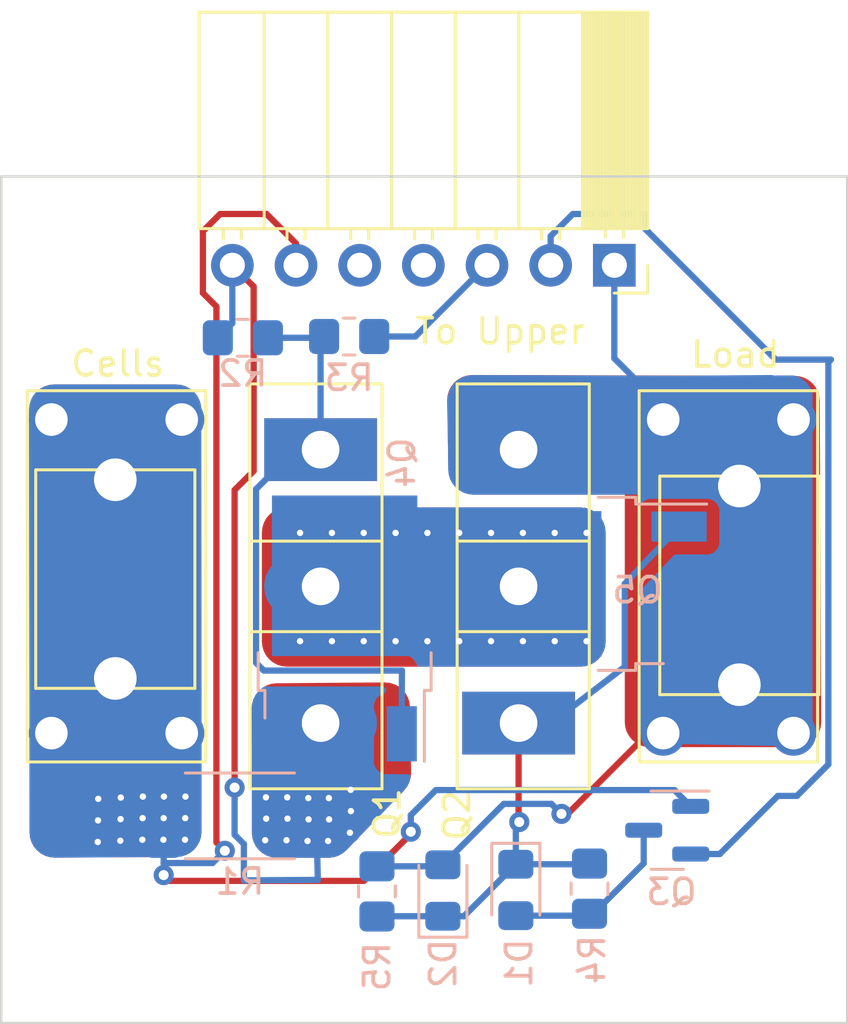
<source format=kicad_pcb>
(kicad_pcb (version 20211014) (generator pcbnew)
  (layers (0 "F.Cu" signal) (31 "B.Cu" signal) (34 "B.Paste" user) (35 "F.Paste" user) (36 "B.SilkS" user "B.Silkscreen") (37 "F.SilkS" user "F.Silkscreen") (38 "B.Mask" user) (39 "F.Mask" user) (44 "Edge.Cuts" user))
  (net 0 "")
  (net 1 "Net-(D1-Pad1)")
  (net 2 "Net-(D1-Pad2)")
  (net 3 "/PACK-")
  (net 4 "/CSG")
  (net 5 "/DSG")
  (net 8 "/SRN_out")
  (net 9 "Net-(Q1-Pad1)")
  (net 10 "Net-(Q1-Pad2)")
  (net 11 "GND")
  (footprint "MountingHole:MountingHole_2.7mm_M2.5_ISO7380" (layer "F.Cu") (at 78.74 53.34)
    (fp_text reference "REF**" hide)
    (fp_text value "MountingHole_2.7mm_M2.5_ISO7380" hide)
    (pad "" np_thru_hole circle (at 0 0) (size 2.7 2.7) (drill 2.7) (layers *.Cu *.Mask))
  )
  (footprint "Package_TO_SOT_THT:TO-247-3_Vertical" (layer "F.Cu") (at 95.84 71.59 90)
    (fp_text reference "Q2" (at -3.68 -2.46 90) (layer "F.SilkS"))
    (fp_text value "Q_NMOS_GDS" hide)
    (fp_line (start -2.62 -2.451) (end -2.62 2.82) (layer "F.SilkS") (width 0.12))
    (fp_line (start 13.52 -2.451) (end 13.52 2.82) (layer "F.SilkS") (width 0.12))
    (fp_line (start -2.62 -2.451) (end 13.52 -2.451) (layer "F.SilkS") (width 0.12))
    (fp_line (start 3.646 -2.451) (end 3.646 2.82) (layer "F.SilkS") (width 0.12))
    (fp_line (start 7.255 -2.451) (end 7.255 2.82) (layer "F.SilkS") (width 0.12))
    (fp_line (start -2.62 2.82) (end 13.52 2.82) (layer "F.SilkS") (width 0.12))
    (pad "1" thru_hole rect (at 0 0 90) (size 2.5 4.5) (drill 1.5) (layers *.Cu *.Mask) (net 1 "Net-(D1-Pad1)"))
    (pad "2" thru_hole oval (at 5.45 0 90) (size 2.5 4.5) (drill 1.5) (layers *.Cu *.Mask) (net 10 "Net-(Q1-Pad2)"))
    (pad "3" thru_hole oval (at 10.9 0 90) (size 2.5 4.5) (drill 1.5) (layers *.Cu *.Mask) (net 3 "/PACK-"))
  )
  (footprint "MountingHole:MountingHole_2.7mm_M2.5_ISO7380" (layer "F.Cu") (at 78.74 80.01)
    (fp_text reference "REF**" hide)
    (fp_text value "MountingHole_2.7mm_M2.5_ISO7380" hide)
    (pad "" np_thru_hole circle (at 0 0) (size 2.7 2.7) (drill 2.7) (layers *.Cu *.Mask))
  )
  (footprint "Connector_PinSocket_2.54mm:PinSocket_1x07_P2.54mm_Horizontal" (layer "F.Cu") (at 99.66 53.34 -90)
    (fp_text reference "J1" hide)
    (fp_text value "To Upper" (at 2.63 4.55) (layer "F.SilkS"))
    (fp_line (start -1.46 4.72) (end -1.05 4.72) (layer "F.SilkS") (width 0.12))
    (fp_line (start -10.09 0.325235) (end -1.46 0.325235) (layer "F.SilkS") (width 0.12))
    (fp_line (start -1.46 2.18) (end -1.05 2.18) (layer "F.SilkS") (width 0.12))
    (fp_line (start -10.09 -1.33) (end -10.09 16.57) (layer "F.SilkS") (width 0.12))
    (fp_line (start -10.09 -0.147145) (end -1.46 -0.147145) (layer "F.SilkS") (width 0.12))
    (fp_line (start -10.09 1.033805) (end -1.46 1.033805) (layer "F.SilkS") (width 0.12))
    (fp_line (start -1.46 14.88) (end -1.05 14.88) (layer "F.SilkS") (width 0.12))
    (fp_line (start -10.09 -0.383335) (end -1.46 -0.383335) (layer "F.SilkS") (width 0.12))
    (fp_line (start -10.09 -0.619525) (end -1.46 -0.619525) (layer "F.SilkS") (width 0.12))
    (fp_line (start -10.09 0.67952) (end -1.46 0.67952) (layer "F.SilkS") (width 0.12))
    (fp_line (start -10.09 8.89) (end -1.46 8.89) (layer "F.SilkS") (width 0.12))
    (fp_line (start -1.46 10.52) (end -1.05 10.52) (layer "F.SilkS") (width 0.12))
    (fp_line (start -10.09 -0.855715) (end -1.46 -0.855715) (layer "F.SilkS") (width 0.12))
    (fp_line (start -1.46 15.6) (end -1.05 15.6) (layer "F.SilkS") (width 0.12))
    (fp_line (start -10.09 0.91571) (end -1.46 0.91571) (layer "F.SilkS") (width 0.12))
    (fp_line (start -10.09 -1.21) (end -1.46 -1.21) (layer "F.SilkS") (width 0.12))
    (fp_line (start -1.46 -1.33) (end -1.46 16.57) (layer "F.SilkS") (width 0.12))
    (fp_line (start -10.09 1.1519) (end -1.46 1.1519) (layer "F.SilkS") (width 0.12))
    (fp_line (start -10.09 0.44333) (end -1.46 0.44333) (layer "F.SilkS") (width 0.12))
    (fp_line (start -1.46 -0.36) (end -1.11 -0.36) (layer "F.SilkS") (width 0.12))
    (fp_line (start -10.09 11.43) (end -1.46 11.43) (layer "F.SilkS") (width 0.12))
    (fp_line (start -10.09 0.20714) (end -1.46 0.20714) (layer "F.SilkS") (width 0.12))
    (fp_line (start -10.09 3.81) (end -1.46 3.81) (layer "F.SilkS") (width 0.12))
    (fp_line (start 0 -1.33) (end 1.11 -1.33) (layer "F.SilkS") (width 0.12))
    (fp_line (start -1.46 2.9) (end -1.05 2.9) (layer "F.SilkS") (width 0.12))
    (fp_line (start -10.09 -0.50143) (end -1.46 -0.50143) (layer "F.SilkS") (width 0.12))
    (fp_line (start -10.09 0.561425) (end -1.46 0.561425) (layer "F.SilkS") (width 0.12))
    (fp_line (start -10.09 -1.091905) (end -1.46 -1.091905) (layer "F.SilkS") (width 0.12))
    (fp_line (start -10.09 0.089045) (end -1.46 0.089045) (layer "F.SilkS") (width 0.12))
    (fp_line (start -1.46 12.34) (end -1.05 12.34) (layer "F.SilkS") (width 0.12))
    (fp_line (start -10.09 -0.02905) (end -1.46 -0.02905) (layer "F.SilkS") (width 0.12))
    (fp_line (start -1.46 7.26) (end -1.05 7.26) (layer "F.SilkS") (width 0.12))
    (fp_line (start -10.09 1.27) (end -1.46 1.27) (layer "F.SilkS") (width 0.12))
    (fp_line (start -10.09 -1.33) (end -1.46 -1.33) (layer "F.SilkS") (width 0.12))
    (fp_line (start -10.09 0.797615) (end -1.46 0.797615) (layer "F.SilkS") (width 0.12))
    (fp_line (start -1.46 5.44) (end -1.05 5.44) (layer "F.SilkS") (width 0.12))
    (fp_line (start -1.46 7.98) (end -1.05 7.98) (layer "F.SilkS") (width 0.12))
    (fp_line (start -10.09 6.35) (end -1.46 6.35) (layer "F.SilkS") (width 0.12))
    (fp_line (start -10.09 -0.73762) (end -1.46 -0.73762) (layer "F.SilkS") (width 0.12))
    (fp_line (start -1.46 13.06) (end -1.05 13.06) (layer "F.SilkS") (width 0.12))
    (fp_line (start -10.09 16.57) (end -1.46 16.57) (layer "F.SilkS") (width 0.12))
    (fp_line (start 1.11 -1.33) (end 1.11 0) (layer "F.SilkS") (width 0.12))
    (fp_line (start -1.46 9.8) (end -1.05 9.8) (layer "F.SilkS") (width 0.12))
    (fp_line (start -10.09 13.97) (end -1.46 13.97) (layer "F.SilkS") (width 0.12))
    (fp_line (start -1.46 0.36) (end -1.11 0.36) (layer "F.SilkS") (width 0.12))
    (fp_line (start -10.09 -0.26524) (end -1.46 -0.26524) (layer "F.SilkS") (width 0.12))
    (fp_line (start -10.09 -0.97381) (end -1.46 -0.97381) (layer "F.SilkS") (width 0.12))
    (pad "1" thru_hole rect (at 0 0 270) (size 1.7 1.7) (drill 1) (layers *.Cu *.Mask) (net 3 "/PACK-"))
    (pad "2" thru_hole oval (at 0 2.54 270) (size 1.7 1.7) (drill 1) (layers *.Cu *.Mask) (net 4 "/CSG"))
    (pad "3" thru_hole oval (at 0 5.08 270) (size 1.7 1.7) (drill 1) (layers *.Cu *.Mask) (net 5 "/DSG"))
    (pad "4" thru_hole oval (at 0 7.62 270) (size 1.7 1.7) (drill 1) (layers *.Cu *.Mask))
    (pad "5" thru_hole oval (at 0 10.16 270) (size 1.7 1.7) (drill 1) (layers *.Cu *.Mask))
    (pad "6" thru_hole oval (at 0 12.7 270) (size 1.7 1.7) (drill 1) (layers *.Cu *.Mask) (net 11 "GND"))
    (pad "7" thru_hole oval (at 0 15.24 270) (size 1.7 1.7) (drill 1) (layers *.Cu *.Mask) (net 8 "/SRN_out"))
  )
  (footprint "MountingHole:MountingHole_2.7mm_M2.5_ISO7380" (layer "F.Cu") (at 105.41 53.34)
    (fp_text reference "REF**" hide)
    (fp_text value "MountingHole_2.7mm_M2.5_ISO7380" hide)
    (pad "" np_thru_hole circle (at 0 0) (size 2.7 2.7) (drill 2.7) (layers *.Cu *.Mask))
  )
  (footprint "TerminalBlock_Keystone:7784" (layer "F.Cu") (at 79.75 65.85 90)
    (fp_text reference "H1" hide)
    (fp_text value "MountingHole_Pad" hide)
    (fp_line (start -4.355 3.175) (end 4.355 3.175) (layer "F.SilkS") (width 0.12))
    (fp_line (start -4.355 -3.175) (end -4.355 3.175) (layer "F.SilkS") (width 0.12))
    (fp_line (start 4.355 -3.175) (end 4.355 3.175) (layer "F.SilkS") (width 0.12))
    (fp_line (start 4.355 -3.175) (end -4.355 -3.175) (layer "F.SilkS") (width 0.12))
    (pad "1" thru_hole circle (at -3.96 0 90) (size 2.3 2.3) (drill 1.7) (layers *.Cu *.Mask) (net 11 "GND"))
    (pad "1" thru_hole circle (at 3.96 0 90) (size 2.3 2.3) (drill 1.7) (layers *.Cu *.Mask) (net 11 "GND"))
  )
  (footprint "Connector:TERM BLOCK 1POS SIDE ENTRY 1704836" (layer "F.Cu") (at 79.8 65.74 180)
    (fp_text reference "J2" hide)
    (fp_text value "Cells" (at -0.05 8.48 unlocked) (layer "F.SilkS"))
    (fp_line (start -3.56 -7.4) (end 3.56 -7.4) (layer "F.SilkS") (width 0.12))
    (fp_line (start 3.56 7.4) (end -3.56 7.4) (layer "F.SilkS") (width 0.12))
    (fp_line (start -3.56 7.4) (end -3.56 -7.4) (layer "F.SilkS") (width 0.12))
    (fp_line (start 3.56 -7.4) (end 3.56 7.4) (layer "F.SilkS") (width 0.12))
    (pad "1" thru_hole circle (at 2.6 6.25 180) (size 1.8 1.8) (drill 1.3) (layers *.Cu *.Mask) (net 11 "GND"))
    (pad "1" thru_hole circle (at 2.6 -6.25 270) (size 1.8 1.8) (drill 1.3) (layers *.Cu *.Mask) (net 11 "GND"))
    (pad "1" thru_hole circle (at -2.6 -6.25) (size 1.8 1.8) (drill 1.3) (layers *.Cu *.Mask) (net 11 "GND"))
    (pad "1" thru_hole circle (at -2.6 6.25 270) (size 1.8 1.8) (drill 1.3) (layers *.Cu *.Mask) (net 11 "GND"))
  )
  (footprint "Package_TO_SOT_THT:TO-247-3_Vertical" (layer "F.Cu") (at 87.94 60.69 -90)
    (fp_text reference "Q1" (at 14.5 -2.66 90) (layer "F.SilkS"))
    (fp_text value "Q_NMOS_GDS" hide)
    (fp_line (start -2.62 2.82) (end 13.52 2.82) (layer "F.SilkS") (width 0.12))
    (fp_line (start -2.62 -2.451) (end 13.52 -2.451) (layer "F.SilkS") (width 0.12))
    (fp_line (start 7.255 -2.451) (end 7.255 2.82) (layer "F.SilkS") (width 0.12))
    (fp_line (start -2.62 -2.451) (end -2.62 2.82) (layer "F.SilkS") (width 0.12))
    (fp_line (start 13.52 -2.451) (end 13.52 2.82) (layer "F.SilkS") (width 0.12))
    (fp_line (start 3.646 -2.451) (end 3.646 2.82) (layer "F.SilkS") (width 0.12))
    (pad "1" thru_hole rect (at 0 0 270) (size 2.5 4.5) (drill 1.5) (layers *.Cu *.Mask) (net 9 "Net-(Q1-Pad1)"))
    (pad "2" thru_hole oval (at 5.45 0 270) (size 2.5 4.5) (drill 1.5) (layers *.Cu *.Mask) (net 10 "Net-(Q1-Pad2)"))
    (pad "3" thru_hole oval (at 10.9 0 270) (size 2.5 4.5) (drill 1.5) (layers *.Cu *.Mask) (net 8 "/SRN_out"))
  )
  (footprint "TerminalBlock_Keystone:7784" (layer "F.Cu") (at 104.648 66.1 90)
    (fp_text reference "H2" hide)
    (fp_text value "Load" (at 9.204 -0.16 unlocked) (layer "F.SilkS"))
    (fp_line (start -4.355 3.175) (end 4.355 3.175) (layer "F.SilkS") (width 0.12))
    (fp_line (start 4.355 -3.175) (end -4.355 -3.175) (layer "F.SilkS") (width 0.12))
    (fp_line (start -4.355 -3.175) (end -4.355 3.175) (layer "F.SilkS") (width 0.12))
    (fp_line (start 4.355 -3.175) (end 4.355 3.175) (layer "F.SilkS") (width 0.12))
    (pad "1" thru_hole circle (at 3.96 0 90) (size 2.3 2.3) (drill 1.7) (layers *.Cu *.Mask) (net 3 "/PACK-"))
    (pad "1" thru_hole circle (at -3.96 0 90) (size 2.3 2.3) (drill 1.7) (layers *.Cu *.Mask) (net 3 "/PACK-"))
  )
  (footprint "Connector:TERM BLOCK 1POS SIDE ENTRY 1704836" (layer "F.Cu") (at 104.21 65.74 180)
    (fp_text reference "J3" hide)
    (fp_text value "Conn_01x01_Male" hide)
    (fp_line (start -3.56 7.4) (end -3.56 -7.4) (layer "F.SilkS") (width 0.12))
    (fp_line (start 3.56 7.4) (end -3.56 7.4) (layer "F.SilkS") (width 0.12))
    (fp_line (start -3.56 -7.4) (end 3.56 -7.4) (layer "F.SilkS") (width 0.12))
    (fp_line (start 3.56 -7.4) (end 3.56 7.4) (layer "F.SilkS") (width 0.12))
    (pad "1" thru_hole circle (at -2.6 6.25 270) (size 1.8 1.8) (drill 1.3) (layers *.Cu *.Mask) (net 3 "/PACK-"))
    (pad "1" thru_hole circle (at 2.6 6.25 180) (size 1.8 1.8) (drill 1.3) (layers *.Cu *.Mask) (net 3 "/PACK-"))
    (pad "1" thru_hole circle (at 2.6 -6.25 270) (size 1.8 1.8) (drill 1.3) (layers *.Cu *.Mask) (net 3 "/PACK-"))
    (pad "1" thru_hole circle (at -2.6 -6.25) (size 1.8 1.8) (drill 1.3) (layers *.Cu *.Mask) (net 3 "/PACK-"))
  )
  (footprint "MountingHole:MountingHole_2.7mm_M2.5_ISO7380" (layer "F.Cu") (at 105.41 80.01)
    (fp_text reference "REF**" hide)
    (fp_text value "MountingHole_2.7mm_M2.5_ISO7380" hide)
    (pad "" np_thru_hole circle (at 0 0) (size 2.7 2.7) (drill 2.7) (layers *.Cu *.Mask))
  )
  (footprint "Diode_SMD:D_0805_2012Metric_Pad1.15x1.40mm_HandSolder" (layer "B.Cu") (at 95.73 78.2425 -90)
    (fp_text reference "D1" (at 2.9175 -0.13 90) (layer "B.SilkS") (effects (justify mirror)))
    (fp_text value "D" hide)
    (fp_line (start -1.86 0.96) (end -1.86 -0.96) (layer "B.SilkS") (width 0.12))
    (fp_line (start 1 0.96) (end -1.86 0.96) (layer "B.SilkS") (width 0.12))
    (fp_line (start -1.86 -0.96) (end 1 -0.96) (layer "B.SilkS") (width 0.12))
    (pad "1" smd roundrect (at -1.025 0 270) (size 1.15 1.4) (layers "B.Cu" "B.Paste" "B.Mask") (roundrect_rratio 0.217391) (net 1 "Net-(D1-Pad1)"))
    (pad "2" smd roundrect (at 1.025 0 270) (size 1.15 1.4) (layers "B.Cu" "B.Paste" "B.Mask") (roundrect_rratio 0.217391) (net 2 "Net-(D1-Pad2)"))
  )
  (footprint "Package_TO_SOT_SMD:TO-252-2" (layer "B.Cu") (at 98.044 66.039 180)
    (fp_text reference "Q5" (at -2.54 -0.255) (layer "B.SilkS") (effects (justify mirror)))
    (fp_text value "Q_NMOS_GDS")
    (fp_line (start -0.97 -3.45) (end -2.47 -3.45) (layer "B.SilkS") (width 0.12))
    (fp_line (start -2.47 -3.18) (end -3.57 -3.18) (layer "B.SilkS") (width 0.12))
    (fp_line (start -2.47 3.18) (end -5.3 3.18) (layer "B.SilkS") (width 0.12))
    (fp_line (start -2.47 3.45) (end -2.47 3.18) (layer "B.SilkS") (width 0.12))
    (fp_line (start -2.47 -3.45) (end -2.47 -3.18) (layer "B.SilkS") (width 0.12))
    (fp_line (start -0.97 3.45) (end -2.47 3.45) (layer "B.SilkS") (width 0.12))
    (pad "1" smd rect (at -4.2 2.28 180) (size 2.2 1.2) (layers "B.Cu" "B.Paste" "B.Mask") (net 1 "Net-(D1-Pad1)"))
    (pad "2" smd rect (at 2.1 0 180) (size 6.4 5.8) (layers "B.Cu" "B.Mask") (net 10 "Net-(Q1-Pad2)"))
    (pad "3" smd rect (at -4.2 -2.28 180) (size 2.2 1.2) (layers "B.Cu" "B.Paste" "B.Mask") (net 3 "/PACK-"))
  )
  (footprint "Package_TO_SOT_SMD:SOT-23" (layer "B.Cu") (at 101.77 75.86 180)
    (fp_text reference "Q3" (at -0.17 -2.46) (layer "B.SilkS") (effects (justify mirror)))
    (fp_text value "PJA3471_R1_00001" hide)
    (fp_line (start 0 -1.56) (end 0.65 -1.56) (layer "B.SilkS") (width 0.12))
    (fp_line (start 0 1.56) (end -1.675 1.56) (layer "B.SilkS") (width 0.12))
    (fp_line (start 0 1.56) (end 0.65 1.56) (layer "B.SilkS") (width 0.12))
    (fp_line (start 0 -1.56) (end -0.65 -1.56) (layer "B.SilkS") (width 0.12))
    (pad "1" smd roundrect (at -0.9375 0.95 180) (size 1.475 0.6) (layers "B.Cu" "B.Paste" "B.Mask") (net 11 "GND"))
    (pad "2" smd roundrect (at -0.9375 -0.95 180) (size 1.475 0.6) (layers "B.Cu" "B.Paste" "B.Mask") (net 4 "/CSG"))
    (pad "3" smd roundrect (at 0.9375 0 180) (size 1.475 0.6) (layers "B.Cu" "B.Paste" "B.Mask") (net 2 "Net-(D1-Pad2)"))
  )
  (footprint "Resistor_SMD:R_0805_2012Metric_Pad1.20x1.40mm_HandSolder" (layer "B.Cu") (at 89.08 56.18)
    (fp_text reference "R3" (at 0 1.65) (layer "B.SilkS") (effects (justify mirror)))
    (fp_text value "4.5k" hide)
    (fp_line (start -0.227064 0.735) (end 0.227064 0.735) (layer "B.SilkS") (width 0.12))
    (fp_line (start -0.227064 -0.735) (end 0.227064 -0.735) (layer "B.SilkS") (width 0.12))
    (pad "1" smd roundrect (at -1 0) (size 1.2 1.4) (layers "B.Cu" "B.Paste" "B.Mask") (roundrect_rratio 0.208333) (net 9 "Net-(Q1-Pad1)"))
    (pad "2" smd roundrect (at 1 0) (size 1.2 1.4) (layers "B.Cu" "B.Paste" "B.Mask") (roundrect_rratio 0.208333) (net 5 "/DSG"))
  )
  (footprint "Diode_SMD:D_0805_2012Metric_Pad1.15x1.40mm_HandSolder" (layer "B.Cu") (at 92.82 78.265 90)
    (fp_text reference "D2" (at -2.915 0.01 90) (layer "B.SilkS") (effects (justify mirror)))
    (fp_text value "16V" hide)
    (fp_line (start -1.86 -0.96) (end 1 -0.96) (layer "B.SilkS") (width 0.12))
    (fp_line (start -1.86 0.96) (end -1.86 -0.96) (layer "B.SilkS") (width 0.12))
    (fp_line (start 1 0.96) (end -1.86 0.96) (layer "B.SilkS") (width 0.12))
    (pad "1" smd roundrect (at -1.025 0 90) (size 1.15 1.4) (layers "B.Cu" "B.Paste" "B.Mask") (roundrect_rratio 0.217391) (net 1 "Net-(D1-Pad1)"))
    (pad "2" smd roundrect (at 1.025 0 90) (size 1.15 1.4) (layers "B.Cu" "B.Paste" "B.Mask") (roundrect_rratio 0.217391) (net 3 "/PACK-"))
  )
  (footprint "Resistor_SMD:R_0805_2012Metric_Pad1.20x1.40mm_HandSolder" (layer "B.Cu") (at 98.67 78.19 90)
    (fp_text reference "R4" (at -2.83 0.11 90) (layer "B.SilkS") (effects (justify mirror)))
    (fp_text value "1M" hide)
    (fp_line (start -0.227064 -0.735) (end 0.227064 -0.735) (layer "B.SilkS") (width 0.12))
    (fp_line (start -0.227064 0.735) (end 0.227064 0.735) (layer "B.SilkS") (width 0.12))
    (pad "1" smd roundrect (at -1 0 90) (size 1.2 1.4) (layers "B.Cu" "B.Paste" "B.Mask") (roundrect_rratio 0.208333) (net 2 "Net-(D1-Pad2)"))
    (pad "2" smd roundrect (at 1 0 90) (size 1.2 1.4) (layers "B.Cu" "B.Paste" "B.Mask") (roundrect_rratio 0.208333) (net 1 "Net-(D1-Pad1)"))
  )
  (footprint "Package_TO_SOT_SMD:TO-252-2" (layer "B.Cu") (at 88.9 67.818 90)
    (fp_text reference "Q4" (at 6.604 2.286 90) (layer "B.SilkS") (effects (justify mirror)))
    (fp_text value "Q_NMOS_GDS")
    (fp_line (start -2.47 3.18) (end -5.3 3.18) (layer "B.SilkS") (width 0.12))
    (fp_line (start -0.97 3.45) (end -2.47 3.45) (layer "B.SilkS") (width 0.12))
    (fp_line (start -2.47 -3.45) (end -2.47 -3.18) (layer "B.SilkS") (width 0.12))
    (fp_line (start -2.47 3.45) (end -2.47 3.18) (layer "B.SilkS") (width 0.12))
    (fp_line (start -0.97 -3.45) (end -2.47 -3.45) (layer "B.SilkS") (width 0.12))
    (fp_line (start -2.47 -3.18) (end -3.57 -3.18) (layer "B.SilkS") (width 0.12))
    (pad "1" smd rect (at -4.2 2.28 90) (size 2.2 1.2) (layers "B.Cu" "B.Paste" "B.Mask") (net 9 "Net-(Q1-Pad1)"))
    (pad "2" smd rect (at 2.1 0 90) (size 6.4 5.8) (layers "B.Cu" "B.Mask") (net 10 "Net-(Q1-Pad2)"))
    (pad "3" smd rect (at -4.2 -2.28 90) (size 2.2 1.2) (layers "B.Cu" "B.Paste" "B.Mask") (net 8 "/SRN_out"))
  )
  (footprint "Resistor_SMD:R_0805_2012Metric_Pad1.20x1.40mm_HandSolder" (layer "B.Cu") (at 84.84 56.23 180)
    (fp_text reference "R2" (at 0.004 -1.428) (layer "B.SilkS") (effects (justify mirror)))
    (fp_text value "1M" hide)
    (fp_line (start -0.227064 -0.735) (end 0.227064 -0.735) (layer "B.SilkS") (width 0.12))
    (fp_line (start -0.227064 0.735) (end 0.227064 0.735) (layer "B.SilkS") (width 0.12))
    (pad "1" smd roundrect (at -1 0 180) (size 1.2 1.4) (layers "B.Cu" "B.Paste" "B.Mask") (roundrect_rratio 0.208333) (net 9 "Net-(Q1-Pad1)"))
    (pad "2" smd roundrect (at 1 0 180) (size 1.2 1.4) (layers "B.Cu" "B.Paste" "B.Mask") (roundrect_rratio 0.208333) (net 8 "/SRN_out"))
  )
  (footprint "Resistor_SMD:R_2512_6332Metric_Pad1.40x3.35mm_HandSolder" (layer "B.Cu") (at 84.72 75.29)
    (fp_text reference "R1" (at 0 2.62) (layer "B.SilkS") (effects (justify mirror)))
    (fp_text value "1.67m" hide)
    (fp_line (start -2.177064 -1.71) (end 2.177064 -1.71) (layer "B.SilkS") (width 0.12))
    (fp_line (start -2.177064 1.71) (end 2.177064 1.71) (layer "B.SilkS") (width 0.12))
    (pad "1" smd roundrect (at -3.05 0) (size 1.4 3.35) (layers "B.Cu" "B.Paste" "B.Mask") (roundrect_rratio 0.178571) (net 11 "GND"))
    (pad "2" smd roundrect (at 3.05 0) (size 1.4 3.35) (layers "B.Cu" "B.Paste" "B.Mask") (roundrect_rratio 0.178571) (net 8 "/SRN_out"))
  )
  (footprint "Resistor_SMD:R_0805_2012Metric_Pad1.20x1.40mm_HandSolder" (layer "B.Cu") (at 90.19 78.3 90)
    (fp_text reference "R5" (at -3 0.01 270) (layer "B.SilkS") (effects (justify mirror)))
    (fp_text value "3.3M" hide)
    (fp_line (start -0.227064 -0.735) (end 0.227064 -0.735) (layer "B.SilkS") (width 0.12))
    (fp_line (start -0.227064 0.735) (end 0.227064 0.735) (layer "B.SilkS") (width 0.12))
    (pad "1" smd roundrect (at -1 0 90) (size 1.2 1.4) (layers "B.Cu" "B.Paste" "B.Mask") (roundrect_rratio 0.208333) (net 1 "Net-(D1-Pad1)"))
    (pad "2" smd roundrect (at 1 0 90) (size 1.2 1.4) (layers "B.Cu" "B.Paste" "B.Mask") (roundrect_rratio 0.208333) (net 3 "/PACK-"))
  )
  (gr_line (start 108.95 49.8) (end 108.95 83.55) (layer "Edge.Cuts") (width 0.1))
  (gr_line (start 75.2 83.55) (end 75.2 49.8) (layer "Edge.Cuts") (width 0.1))
  (gr_line (start 75.2 49.8) (end 108.95 49.8) (layer "Edge.Cuts") (width 0.1))
  (gr_line (start 108.95 83.55) (end 75.2 83.55) (layer "Edge.Cuts") (width 0.1))
  (segment (start 95.84 71.59) (end 95.84 75.507554) (width 0.25) (layer "F.Cu") (net 1))
  (segment (start 95.84 75.507554) (end 95.867446 75.535) (width 0.25) (layer "F.Cu") (net 1))
  (via (at 95.867446 75.535) (size 0.8) (drill 0.4) (layers "F.Cu" "B.Cu") (net 1))
  (segment (start 98.6425 77.2175) (end 98.67 77.19) (width 0.25) (layer "B.Cu") (net 1))
  (segment (start 95.73 77.2175) (end 95.73 75.672446) (width 0.25) (layer "B.Cu") (net 1))
  (segment (start 100.076 69.342) (end 97.143 71.59) (width 0.25) (layer "B.Cu") (net 1))
  (segment (start 102.244 63.759) (end 100.076 66.04) (width 0.25) (layer "B.Cu") (net 1))
  (segment (start 97.143 71.59) (end 95.84 71.59) (width 0.25) (layer "B.Cu") (net 1))
  (segment (start 95.73 77.2175) (end 98.6425 77.2175) (width 0.25) (layer "B.Cu") (net 1))
  (segment (start 90.2 79.29) (end 90.19 79.3) (width 0.25) (layer "B.Cu") (net 1))
  (segment (start 100.076 66.04) (end 100.076 69.342) (width 0.25) (layer "B.Cu") (net 1))
  (segment (start 92.82 79.29) (end 90.2 79.29) (width 0.25) (layer "B.Cu") (net 1))
  (segment (start 92.82 79.29) (end 93.6575 79.29) (width 0.25) (layer "B.Cu") (net 1))
  (segment (start 93.6575 79.29) (end 95.73 77.2175) (width 0.25) (layer "B.Cu") (net 1))
  (segment (start 95.73 75.672446) (end 95.867446 75.535) (width 0.25) (layer "B.Cu") (net 1))
  (segment (start 98.8225 79.19) (end 98.67 79.19) (width 0.25) (layer "B.Cu") (net 2))
  (segment (start 95.73 79.2675) (end 98.5925 79.2675) (width 0.25) (layer "B.Cu") (net 2))
  (segment (start 100.8325 77.18) (end 98.8225 79.19) (width 0.25) (layer "B.Cu") (net 2))
  (segment (start 100.8325 75.86) (end 100.8325 77.18) (width 0.25) (layer "B.Cu") (net 2))
  (segment (start 98.5925 79.2675) (end 98.67 79.19) (width 0.25) (layer "B.Cu") (net 2))
  (segment (start 101.56 71.45) (end 97.8 75.21) (width 0.25) (layer "F.Cu") (net 3))
  (segment (start 97.8 75.21) (end 97.55 75.21) (width 0.25) (layer "F.Cu") (net 3))
  (via (at 97.55 75.21) (size 0.8) (drill 0.4) (layers "F.Cu" "B.Cu") (net 3))
  (segment (start 92.82 77.24) (end 95.2495 74.8105) (width 0.25) (layer "B.Cu") (net 3))
  (segment (start 99.66 57.05) (end 101.56 58.95) (width 0.25) (layer "B.Cu") (net 3))
  (segment (start 90.19 77.3) (end 92.76 77.3) (width 0.25) (layer "B.Cu") (net 3))
  (segment (start 97.1505 74.8105) (end 97.55 75.21) (width 0.25) (layer "B.Cu") (net 3))
  (segment (start 99.66 53.34) (end 99.66 57.05) (width 0.25) (layer "B.Cu") (net 3))
  (segment (start 92.76 77.3) (end 92.82 77.24) (width 0.25) (layer "B.Cu") (net 3))
  (segment (start 95.2495 74.8105) (end 97.1505 74.8105) (width 0.25) (layer "B.Cu") (net 3))
  (segment (start 100.895 51.895) (end 106.1 57.1) (width 0.25) (layer "B.Cu") (net 4))
  (segment (start 100.895 51.295) (end 100.895 51.895) (width 0.25) (layer "B.Cu") (net 4))
  (segment (start 97.12 52.18) (end 98.005 51.295) (width 0.25) (layer "B.Cu") (net 4))
  (segment (start 98.005 51.295) (end 100.895 51.295) (width 0.25) (layer "B.Cu") (net 4))
  (segment (start 97.12 53.34) (end 97.12 52.18) (width 0.25) (layer "B.Cu") (net 4))
  (segment (start 106.9475 74.4925) (end 106.185 74.4925) (width 0.25) (layer "B.Cu") (net 4))
  (segment (start 108.3 57.1) (end 108.2 57.2) (width 0.25) (layer "B.Cu") (net 4))
  (segment (start 108.2 57.2) (end 108.2 73.24) (width 0.25) (layer "B.Cu") (net 4))
  (segment (start 108.2 73.24) (end 106.9475 74.4925) (width 0.25) (layer "B.Cu") (net 4))
  (segment (start 106.1 57.1) (end 108.3 57.1) (width 0.25) (layer "B.Cu") (net 4))
  (segment (start 103.8675 76.81) (end 102.7075 76.81) (width 0.25) (layer "B.Cu") (net 4))
  (segment (start 106.185 74.4925) (end 103.8675 76.81) (width 0.25) (layer "B.Cu") (net 4))
  (segment (start 94.56 53.34) (end 94.58 53.34) (width 0.25) (layer "B.Cu") (net 5))
  (segment (start 90.08 56.18) (end 91.72 56.18) (width 0.25) (layer "B.Cu") (net 5))
  (segment (start 91.72 56.18) (end 94.56 53.34) (width 0.25) (layer "B.Cu") (net 5))
  (segment (start 85.27 61.54) (end 84.51 62.3) (width 0.25) (layer "F.Cu") (net 8))
  (segment (start 84.51 62.3) (end 84.51 74.16) (width 0.25) (layer "F.Cu") (net 8))
  (segment (start 84.42 53.34) (end 85.27 54.19) (width 0.25) (layer "F.Cu") (net 8))
  (segment (start 85.27 54.19) (end 85.27 61.54) (width 0.25) (layer "F.Cu") (net 8))
  (via (at 86.62 75.4) (size 0.8) (drill 0.254) (layers "F.Cu" "B.Cu") (net 8))
  (via (at 87.42 76.29) (size 0.8) (drill 0.254) (layers "F.Cu" "B.Cu") (net 8))
  (via (at 89.11 75.96) (size 0.8) (drill 0.254) (layers "F.Cu" "B.Cu") (net 8))
  (via (at 86.61 74.55) (size 0.8) (drill 0.254) (layers "F.Cu" "B.Cu") (net 8))
  (via (at 85.77 75.4) (size 0.8) (drill 0.254) (layers "F.Cu" "B.Cu") (net 8))
  (via (at 88.24 76.29) (size 0.8) (drill 0.254) (layers "F.Cu" "B.Cu") (net 8))
  (via (at 84.51 74.16) (size 0.8) (drill 0.4) (layers "F.Cu" "B.Cu") (net 8))
  (via (at 88.28 75.43) (size 0.8) (drill 0.254) (layers "F.Cu" "B.Cu") (net 8))
  (via (at 87.46 75.43) (size 0.8) (drill 0.254) (layers "F.Cu" "B.Cu") (net 8))
  (via (at 85.76 74.55) (size 0.8) (drill 0.254) (layers "F.Cu" "B.Cu") (net 8))
  (via (at 87.45 74.58) (size 0.8) (drill 0.254) (layers "F.Cu" "B.Cu") (net 8))
  (via (at 86.58 76.26) (size 0.8) (drill 0.254) (layers "F.Cu" "B.Cu") (net 8))
  (via (at 85.73 76.26) (size 0.8) (drill 0.254) (layers "F.Cu" "B.Cu") (net 8))
  (via (at 89.14 74.25) (size 0.8) (drill 0.254) (layers "F.Cu" "B.Cu") (net 8))
  (via (at 89.15 75.1) (size 0.8) (drill 0.254) (layers "F.Cu" "B.Cu") (net 8))
  (via (at 88.27 74.58) (size 0.8) (drill 0.254) (layers "F.Cu" "B.Cu") (net 8))
  (segment (start 87.83 77.84) (end 84.88 77.86) (width 0.25) (layer "B.Cu") (net 8))
  (segment (start 84.42 55.65) (end 83.84 56.23) (width 0.25) (layer "B.Cu") (net 8))
  (segment (start 84.51 76.04) (end 84.51 74.16) (width 0.25) (layer "B.Cu") (net 8))
  (segment (start 84.88 76.41) (end 84.51 76.04) (width 0.25) (layer "B.Cu") (net 8))
  (segment (start 87.77 75.29) (end 87.83 77.84) (width 0.25) (layer "B.Cu") (net 8))
  (segment (start 84.88 77.86) (end 84.88 76.41) (width 0.25) (layer "B.Cu") (net 8))
  (segment (start 84.42 53.34) (end 84.42 55.65) (width 0.25) (layer "B.Cu") (net 8))
  (segment (start 87.94 60.69) (end 86.94 60.69) (width 0.25) (layer "B.Cu") (net 9))
  (segment (start 91.186 69.497) (end 91.18 70.265) (width 0.25) (layer "B.Cu") (net 9))
  (segment (start 91.18 70.265) (end 91.18 72.272) (width 0.25) (layer "B.Cu") (net 9))
  (segment (start 85.365 69.187) (end 85.675 69.497) (width 0.25) (layer "B.Cu") (net 9))
  (segment (start 88.03 56.23) (end 88.08 56.18) (width 0.25) (layer "B.Cu") (net 9))
  (segment (start 85.84 56.23) (end 88.03 56.23) (width 0.25) (layer "B.Cu") (net 9))
  (segment (start 85.365 62.265) (end 85.365 69.187) (width 0.25) (layer "B.Cu") (net 9))
  (segment (start 87.94 56.32) (end 87.94 60.69) (width 0.25) (layer "B.Cu") (net 9))
  (segment (start 86.94 60.69) (end 85.365 62.265) (width 0.25) (layer "B.Cu") (net 9))
  (segment (start 85.675 69.497) (end 91.186 69.497) (width 0.25) (layer "B.Cu") (net 9))
  (segment (start 88.08 56.18) (end 87.94 56.32) (width 0.25) (layer "B.Cu") (net 9))
  (via (at 89.662 64.008) (size 0.8) (drill 0.254) (layers "F.Cu" "B.Cu") (net 10))
  (via (at 88.392 68.326) (size 0.8) (drill 0.254) (layers "F.Cu" "B.Cu") (net 10))
  (via (at 96.012 64.008) (size 0.8) (drill 0.254) (layers "F.Cu" "B.Cu") (net 10))
  (via (at 96.012 68.326) (size 0.8) (drill 0.254) (layers "F.Cu" "B.Cu") (net 10))
  (via (at 87.122 68.326) (size 0.8) (drill 0.254) (layers "F.Cu" "B.Cu") (net 10))
  (via (at 97.282 68.326) (size 0.8) (drill 0.254) (layers "F.Cu" "B.Cu") (net 10))
  (via (at 94.742 64.008) (size 0.8) (drill 0.254) (layers "F.Cu" "B.Cu") (net 10))
  (via (at 88.392 64.008) (size 0.8) (drill 0.254) (layers "F.Cu" "B.Cu") (net 10))
  (via (at 90.932 68.326) (size 0.8) (drill 0.254) (layers "F.Cu" "B.Cu") (net 10))
  (via (at 89.662 68.326) (size 0.8) (drill 0.254) (layers "F.Cu" "B.Cu") (net 10))
  (via (at 98.552 64.008) (size 0.8) (drill 0.254) (layers "F.Cu" "B.Cu") (net 10))
  (via (at 90.932 64.008) (size 0.8) (drill 0.254) (layers "F.Cu" "B.Cu") (net 10))
  (via (at 97.282 64.008) (size 0.8) (drill 0.254) (layers "F.Cu" "B.Cu") (net 10))
  (via (at 98.552 68.326) (size 0.8) (drill 0.254) (layers "F.Cu" "B.Cu") (net 10))
  (via (at 92.202 64.008) (size 0.8) (drill 0.254) (layers "F.Cu" "B.Cu") (net 10))
  (via (at 93.472 64.008) (size 0.8) (drill 0.254) (layers "F.Cu" "B.Cu") (net 10))
  (via (at 94.742 68.326) (size 0.8) (drill 0.254) (layers "F.Cu" "B.Cu") (net 10))
  (via (at 92.202 68.326) (size 0.8) (drill 0.254) (layers "F.Cu" "B.Cu") (net 10))
  (via (at 87.122 64.008) (size 0.8) (drill 0.254) (layers "F.Cu" "B.Cu") (net 10))
  (via (at 93.472 68.326) (size 0.8) (drill 0.254) (layers "F.Cu" "B.Cu") (net 10))
  (segment (start 83.933299 51.295) (end 83.245 51.983299) (width 0.25) (layer "F.Cu") (net 11))
  (segment (start 85.785 51.295) (end 83.933299 51.295) (width 0.25) (layer "F.Cu") (net 11))
  (segment (start 83.785 54.985) (end 83.785 76.345) (width 0.25) (layer "F.Cu") (net 11))
  (segment (start 91.54 75.92) (end 91.54 76.01) (width 0.25) (layer "F.Cu") (net 11))
  (segment (start 81.91 77.88) (end 81.68 77.65) (width 0.25) (layer "F.Cu") (net 11))
  (segment (start 83.785 76.345) (end 84.12 76.68) (width 0.25) (layer "F.Cu") (net 11))
  (segment (start 89.67 77.88) (end 81.91 77.88) (width 0.25) (layer "F.Cu") (net 11))
  (segment (start 86.96 52.47) (end 85.785 51.295) (width 0.25) (layer "F.Cu") (net 11))
  (segment (start 91.54 76.01) (end 89.67 77.88) (width 0.25) (layer "F.Cu") (net 11))
  (segment (start 83.245 54.445) (end 83.785 54.985) (width 0.25) (layer "F.Cu") (net 11))
  (segment (start 83.245 51.983299) (end 83.245 54.445) (width 0.25) (layer "F.Cu") (net 11))
  (via (at 82.55 74.52) (size 0.8) (drill 0.254) (layers "F.Cu" "B.Cu") (net 11))
  (via (at 80.83 76.24) (size 0.8) (drill 0.254) (layers "F.Cu" "B.Cu") (net 11))
  (via (at 81.67 76.24) (size 0.8) (drill 0.254) (layers "F.Cu" "B.Cu") (net 11))
  (via (at 79.95 76.28) (size 0.8) (drill 0.254) (layers "F.Cu" "B.Cu") (net 11))
  (via (at 81.68 75.38) (size 0.8) (drill 0.254) (layers "F.Cu" "B.Cu") (net 11))
  (via (at 80.85 74.52) (size 0.8) (drill 0.254) (layers "F.Cu" "B.Cu") (net 11))
  (via (at 79.97 74.56) (size 0.8) (drill 0.254) (layers "F.Cu" "B.Cu") (net 11))
  (via (at 79.07 74.61) (size 0.8) (drill 0.254) (layers "F.Cu" "B.Cu") (net 11))
  (via (at 91.54 75.92) (size 0.8) (drill 0.4) (layers "F.Cu" "B.Cu") (net 11))
  (via (at 80.84 75.38) (size 0.8) (drill 0.254) (layers "F.Cu" "B.Cu") (net 11))
  (via (at 81.68 77.65) (size 0.8) (drill 0.4) (layers "F.Cu" "B.Cu") (net 11))
  (via (at 84.12 76.68) (size 0.8) (drill 0.4) (layers "F.Cu" "B.Cu") (net 11))
  (via (at 82.53 76.24) (size 0.8) (drill 0.254) (layers "F.Cu" "B.Cu") (net 11))
  (via (at 79.96 75.42) (size 0.8) (drill 0.254) (layers "F.Cu" "B.Cu") (net 11))
  (via (at 79.05 76.33) (size 0.8) (drill 0.254) (layers "F.Cu" "B.Cu") (net 11))
  (via (at 79.06 75.47) (size 0.8) (drill 0.254) (layers "F.Cu" "B.Cu") (net 11))
  (via (at 82.54 75.38) (size 0.8) (drill 0.254) (layers "F.Cu" "B.Cu") (net 11))
  (via (at 81.69 74.52) (size 0.8) (drill 0.254) (layers "F.Cu" "B.Cu") (net 11))
  (segment (start 81.68 75.3) (end 81.67 75.29) (width 0.25) (layer "B.Cu") (net 11))
  (segment (start 91.54 75.26) (end 91.54 75.92) (width 0.25) (layer "B.Cu") (net 11))
  (segment (start 84.12 76.68) (end 83.63 77.17) (width 0.25) (layer "B.Cu") (net 11))
  (segment (start 102.057999 74.260499) (end 92.539501 74.260499) (width 0.25) (layer "B.Cu") (net 11))
  (segment (start 92.539501 74.260499) (end 91.54 75.26) (width 0.25) (layer "B.Cu") (net 11))
  (segment (start 81.68 77.65) (end 81.68 77.17) (width 0.25) (layer "B.Cu") (net 11))
  (segment (start 81.68 76.31) (end 81.68 75.3) (width 0.25) (layer "B.Cu") (net 11))
  (segment (start 102.7075 74.91) (end 102.057999 74.260499) (width 0.25) (layer "B.Cu") (net 11))
  (segment (start 81.68 77.17) (end 81.68 76.31) (width 0.25) (layer "B.Cu") (net 11))
  (segment (start 83.63 77.17) (end 81.68 77.17) (width 0.25) (layer "B.Cu") (net 11))
  (zone (net 11) (net_name "GND") (layers F&B.Cu) (connect_pads yes (clearance 0.508)) (min_thickness 0.254) (fill yes (thermal_gap 0.508) (thermal_bridge_width 0.508) (smoothing fillet) (radius 1))
    (polygon (pts (xy 83.19 76.92) (xy 76.33 76.96) (xy 76.31 58.09) (xy 83.18 58.09)))
  )
  (zone (net 3) (net_name "/PACK-") (layer "F.Cu") (connect_pads yes (clearance 0.508)) (min_thickness 0.254) (fill yes (thermal_gap 0.508) (thermal_bridge_width 0.508) (smoothing fillet) (radius 1))
    (polygon (pts (xy 107.92 72.55) (xy 100.076 72.55) (xy 100.076 62.484) (xy 93.06 62.484) (xy 92.97 57.71) (xy 107.85 57.75)))
  )
  (zone (net 8) (net_name "/SRN_out") (layers F&B.Cu) (connect_pads yes (clearance 0.508)) (min_thickness 0.254) (fill yes (thermal_gap 0.508) (thermal_bridge_width 0.508) (smoothing fillet) (radius 1))
    (polygon (pts (xy 91.56 73.98) (xy 88.68 76.96) (xy 85.2 76.96) (xy 85.19 70.01) (xy 91.49 69.96)))
  )
  (zone (net 10) (net_name "Net-(Q1-Pad2)") (layers F&B.Cu) (connect_pads (clearance 0.508)) (min_thickness 0.254) (fill yes (thermal_gap 0.508) (thermal_bridge_width 0.508) (smoothing fillet) (radius 1))
    (polygon (pts (xy 99.314 69.342) (xy 85.598 69.342) (xy 85.598 62.992) (xy 99.314 62.992)))
  )
  (zone (net 3) (net_name "/PACK-") (layer "B.Cu") (connect_pads yes (clearance 0.508)) (min_thickness 0.254) (fill yes (thermal_gap 0.508) (thermal_bridge_width 0.508) (smoothing fillet) (radius 1))
    (polygon (pts (xy 107.6 57.7) (xy 107.7 72.534136) (xy 100.584 72.39) (xy 100.584 62.484) (xy 93.04 62.484) (xy 92.996554 57.71198) (xy 102.282855 57.744136)))
  )
)
</source>
